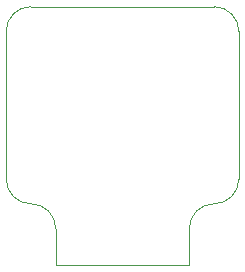
<source format=gbr>
%TF.GenerationSoftware,KiCad,Pcbnew,(5.1.6)-1*%
%TF.CreationDate,2022-09-22T09:58:55-04:00*%
%TF.ProjectId,EXT_BATT_3V-6V,4558545f-4241-4545-945f-33562d36562e,rev?*%
%TF.SameCoordinates,Original*%
%TF.FileFunction,Profile,NP*%
%FSLAX46Y46*%
G04 Gerber Fmt 4.6, Leading zero omitted, Abs format (unit mm)*
G04 Created by KiCad (PCBNEW (5.1.6)-1) date 2022-09-22 09:58:55*
%MOMM*%
%LPD*%
G01*
G04 APERTURE LIST*
%TA.AperFunction,Profile*%
%ADD10C,0.050000*%
%TD*%
G04 APERTURE END LIST*
D10*
X168200000Y-75700000D02*
X152700000Y-75700000D01*
X168200000Y-75700000D02*
G75*
G02*
X170300000Y-77800000I0J-2100000D01*
G01*
X170300000Y-90300000D02*
X170300000Y-77800000D01*
X150600000Y-77800000D02*
G75*
G02*
X152700000Y-75700000I2100000J0D01*
G01*
X150600000Y-90300000D02*
X150600000Y-77800000D01*
X152700000Y-92400000D02*
G75*
G02*
X150600000Y-90300000I0J2100000D01*
G01*
X152700000Y-92400000D02*
G75*
G02*
X154800000Y-94500000I0J-2100000D01*
G01*
X170300000Y-90300000D02*
G75*
G02*
X168200000Y-92400000I-2100000J0D01*
G01*
X166100000Y-94500000D02*
G75*
G02*
X168200000Y-92400000I2100000J0D01*
G01*
X166100000Y-97600000D02*
X166100000Y-94500000D01*
X154800000Y-97600000D02*
X154800000Y-94500000D01*
X154800000Y-97600000D02*
X166100000Y-97600000D01*
M02*

</source>
